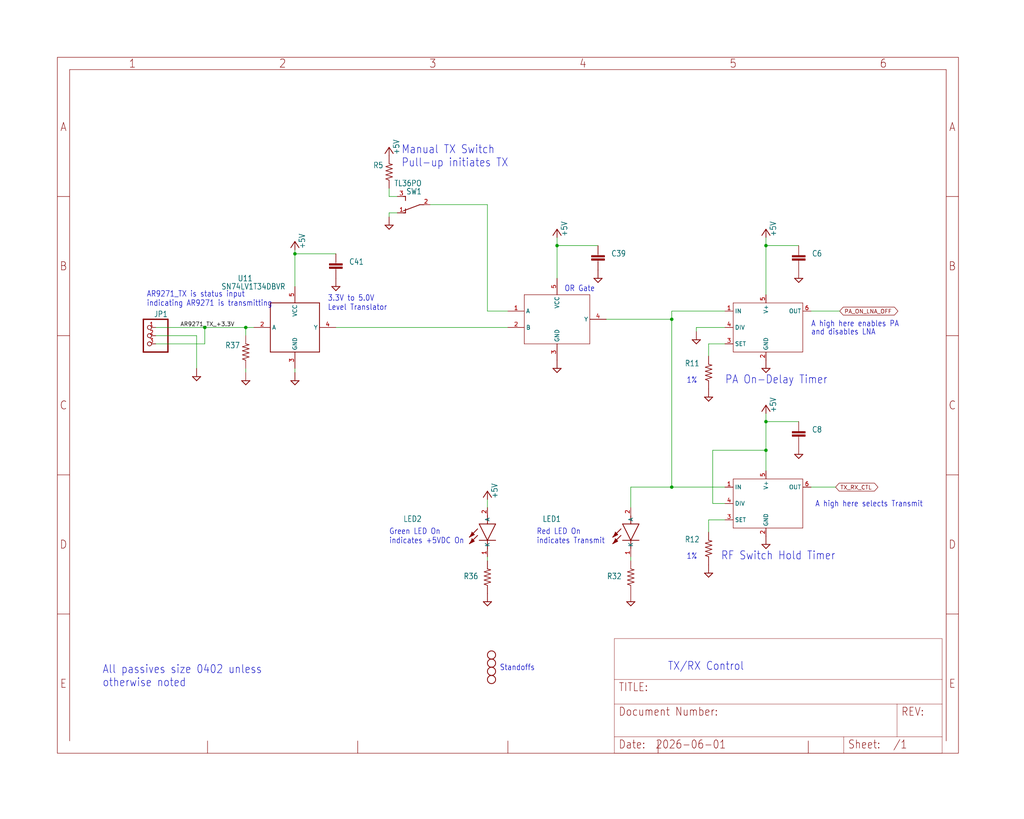
<source format=kicad_sch>
(kicad_sch (version 20231120) (generator "eeschema") (generator_version "8.0")
  (paper "User" 317.5 254.127)
  (lib_symbols
    (symbol "Bidirectional_Amp-eagle-import:+5V" (power)
      (symbol "+5V_1_0"
        (polyline (pts (xy 0 0) (xy -1.27 -1.905)) (stroke (width 0.254)))
        (polyline (pts (xy 1.27 -1.905) (xy 0 0)) (stroke (width 0.254)))
        (pin power_in line (at 0 -2.54 90) (length 2.54) (name "+5V") (number "1"))
      )
    )
    (symbol "Bidirectional_Amp-eagle-import:C-EU0402-B-NOSILK"
      (property "Reference" "C" (at 1.524 0.381 0))
      (symbol "C-EU0402-B-NOSILK_1_0"
        (rectangle (start -2.032 -2.032) (end 2.032 -1.524) (fill (type outline)))
        (rectangle (start -2.032 -1.016) (end 2.032 -0.508) (fill (type outline)))
        (polyline (pts (xy 0 -2.54) (xy 0 -2.032)) (stroke (width 0.1524)))
        (polyline (pts (xy 0 0) (xy 0 -0.508)) (stroke (width 0.1524)))
        (pin passive line (at 0 2.54 270) (length 2.54) (name "1") (number "1"))
        (pin passive line (at 0 -5.08 90) (length 2.54) (name "2") (number "2"))
      )
    )
    (symbol "Bidirectional_Amp-eagle-import:FRAME_A_L"
      (symbol "FRAME_A_L_1_0"
        (polyline (pts (xy 0 43.18) (xy 3.81 43.18)))
        (polyline (pts (xy 0 86.36) (xy 3.81 86.36)))
        (polyline (pts (xy 0 129.54) (xy 3.81 129.54)))
        (polyline (pts (xy 0 172.72) (xy 3.81 172.72)))
        (polyline (pts (xy 3.81 3.81) (xy 3.81 212.09)))
        (polyline (pts (xy 46.5667 0) (xy 46.5667 3.81)))
        (polyline (pts (xy 93.1333 0) (xy 93.1333 3.81)))
        (polyline (pts (xy 139.7 0) (xy 139.7 3.81)))
        (polyline (pts (xy 186.2667 0) (xy 186.2667 3.81)))
        (polyline (pts (xy 232.8333 0) (xy 232.8333 3.81)))
        (polyline (pts (xy 275.59 3.81) (xy 275.59 212.09)))
        (polyline (pts (xy 275.59 43.18) (xy 279.4 43.18)))
        (polyline (pts (xy 275.59 86.36) (xy 279.4 86.36)))
        (polyline (pts (xy 275.59 129.54) (xy 279.4 129.54)))
        (polyline (pts (xy 275.59 172.72) (xy 279.4 172.72)))
        (polyline (pts (xy 275.59 212.09) (xy 3.81 212.09)))
        (polyline (pts (xy 0 0) (xy 279.4 0) (xy 279.4 215.9) (xy 0 215.9) (xy 0 0)))
        (text "1" (at 23.2833 213.995 0) (effects (font (size 2.54 2.286))))
        (text "2" (at 69.85 213.995 0) (effects (font (size 2.54 2.286))))
        (text "3" (at 116.4167 213.995 0) (effects (font (size 2.54 2.286))))
        (text "4" (at 162.9833 213.995 0) (effects (font (size 2.54 2.286))))
        (text "5" (at 209.55 213.995 0) (effects (font (size 2.54 2.286))))
        (text "6" (at 256.1167 213.995 0) (effects (font (size 2.54 2.286))))
        (text "A" (at 1.905 194.31 0) (effects (font (size 2.54 2.286))))
        (text "A" (at 277.495 194.31 0) (effects (font (size 2.54 2.286))))
        (text "B" (at 1.905 151.13 0) (effects (font (size 2.54 2.286))))
        (text "B" (at 277.495 151.13 0) (effects (font (size 2.54 2.286))))
        (text "C" (at 1.905 107.95 0) (effects (font (size 2.54 2.286))))
        (text "C" (at 277.495 107.95 0) (effects (font (size 2.54 2.286))))
        (text "D" (at 1.905 64.77 0) (effects (font (size 2.54 2.286))))
        (text "D" (at 277.495 64.77 0) (effects (font (size 2.54 2.286))))
        (text "E" (at 1.905 21.59 0) (effects (font (size 2.54 2.286))))
        (text "E" (at 277.495 21.59 0) (effects (font (size 2.54 2.286))))
      )
      (symbol "FRAME_A_L_2_0"
        (polyline (pts (xy 0 0) (xy 0 5.08)) (stroke (width 0.1016)))
        (polyline (pts (xy 0 0) (xy 71.12 0)) (stroke (width 0.1016)))
        (polyline (pts (xy 0 5.08) (xy 0 15.24)) (stroke (width 0.1016)))
        (polyline (pts (xy 0 5.08) (xy 71.12 5.08)) (stroke (width 0.1016)))
        (polyline (pts (xy 0 15.24) (xy 0 22.86)) (stroke (width 0.1016)))
        (polyline (pts (xy 0 22.86) (xy 0 35.56)) (stroke (width 0.1016)))
        (polyline (pts (xy 0 22.86) (xy 101.6 22.86)) (stroke (width 0.1016)))
        (polyline (pts (xy 71.12 0) (xy 101.6 0)) (stroke (width 0.1016)))
        (polyline (pts (xy 71.12 5.08) (xy 71.12 0)) (stroke (width 0.1016)))
        (polyline (pts (xy 71.12 5.08) (xy 87.63 5.08)) (stroke (width 0.1016)))
        (polyline (pts (xy 87.63 5.08) (xy 101.6 5.08)) (stroke (width 0.1016)))
        (polyline (pts (xy 87.63 15.24) (xy 0 15.24)) (stroke (width 0.1016)))
        (polyline (pts (xy 87.63 15.24) (xy 87.63 5.08)) (stroke (width 0.1016)))
        (polyline (pts (xy 101.6 5.08) (xy 101.6 0)) (stroke (width 0.1016)))
        (polyline (pts (xy 101.6 15.24) (xy 87.63 15.24)) (stroke (width 0.1016)))
        (polyline (pts (xy 101.6 15.24) (xy 101.6 5.08)) (stroke (width 0.1016)))
        (polyline (pts (xy 101.6 22.86) (xy 101.6 15.24)) (stroke (width 0.1016)))
        (polyline (pts (xy 101.6 35.56) (xy 0 35.56)) (stroke (width 0.1016)))
        (polyline (pts (xy 101.6 35.56) (xy 101.6 22.86)) (stroke (width 0.1016)))
        (text "${#}/${##}" (at 86.36 1.27 0) (effects (font (size 2.54 2.159)) (justify left bottom)))
        (text "${CURRENT_DATE}" (at 12.7 1.27 0) (effects (font (size 2.54 2.159)) (justify left bottom)))
        (text "${PROJECTNAME}" (at 17.78 19.05 0) (effects (font (size 2.54 2.159)) (justify left bottom)))
        (text "Date:" (at 1.27 1.27 0) (effects (font (size 2.54 2.159)) (justify left bottom)))
        (text "Document Number:" (at 1.27 11.43 0) (effects (font (size 2.54 2.159)) (justify left bottom)))
        (text "REV:" (at 88.9 11.43 0) (effects (font (size 2.54 2.159)) (justify left bottom)))
        (text "Sheet:" (at 72.39 1.27 0) (effects (font (size 2.54 2.159)) (justify left bottom)))
        (text "TITLE:" (at 1.27 19.05 0) (effects (font (size 2.54 2.159)) (justify left bottom)))
      )
    )
    (symbol "Bidirectional_Amp-eagle-import:GND" (power)
      (symbol "GND_1_0"
        (polyline (pts (xy -1.27 0) (xy 1.27 0)) (stroke (width 0.254)))
        (polyline (pts (xy 0 -1.27) (xy -1.27 0)) (stroke (width 0.254)))
        (polyline (pts (xy 1.27 0) (xy 0 -1.27)) (stroke (width 0.254)))
        (pin power_in line (at 0 2.54 270) (length 2.54) (name "GND") (number "1"))
      )
    )
    (symbol "Bidirectional_Amp-eagle-import:LTC6994CS6-1PBF"
      (symbol "LTC6994CS6-1PBF_1_0"
        (polyline (pts (xy -10.16 -7.62) (xy 11.43 -7.62)) (stroke (width 0.1524)))
        (polyline (pts (xy -10.16 7.62) (xy -10.16 -7.62)) (stroke (width 0.1524)))
        (polyline (pts (xy 11.43 -7.62) (xy 11.43 7.62)) (stroke (width 0.1524)))
        (polyline (pts (xy 11.43 7.62) (xy -10.16 7.62)) (stroke (width 0.1524)))
        (pin input line (at -12.7 5.08 0) (length 2.54) (name "IN") (number "1"))
        (pin power_in line (at 0 -10.16 90) (length 2.54) (name "GND") (number "2"))
        (pin input line (at -12.7 -5.08 0) (length 2.54) (name "SET") (number "3"))
        (pin input line (at -12.7 0 0) (length 2.54) (name "DIV") (number "4"))
        (pin power_in line (at 0 10.16 270) (length 2.54) (name "V+") (number "5"))
        (pin output line (at 13.97 5.08 180) (length 2.54) (name "OUT") (number "6"))
      )
    )
    (symbol "Bidirectional_Amp-eagle-import:LTST-C193KGKT-5A"
      (property "Reference" "LED" (at 12.7 8.89 0))
      (symbol "LTST-C193KGKT-5A_1_0"
        (polyline (pts (xy 2.54 0) (xy 5.08 0)) (stroke (width 0.254)))
        (polyline (pts (xy 5.08 0) (xy 10.16 2.54)) (stroke (width 0.254)))
        (polyline (pts (xy 5.08 2.54) (xy 5.08 -2.54)) (stroke (width 0.254)))
        (polyline (pts (xy 6.604 3.048) (xy 4.064 5.588)) (stroke (width 0.254)))
        (polyline (pts (xy 8.636 3.048) (xy 6.096 5.588)) (stroke (width 0.254)))
        (polyline (pts (xy 10.16 -2.54) (xy 5.08 0)) (stroke (width 0.254)))
        (polyline (pts (xy 10.16 -2.54) (xy 10.16 2.54)) (stroke (width 0.254)))
        (polyline (pts (xy 10.16 0) (xy 12.7 0)) (stroke (width 0.254)))
        (polyline (pts (xy 5.588 4.826) (xy 4.826 4.064) (xy 4.064 5.588)) (stroke (width 0.254)) (fill (type outline)))
        (polyline (pts (xy 7.62 4.826) (xy 6.858 4.064) (xy 6.096 5.588)) (stroke (width 0.254)) (fill (type outline)))
        (pin bidirectional line (at 0 0 0) (length 2.54) (name "K") (number "1"))
        (pin bidirectional line (at 15.24 0 180) (length 2.54) (name "A") (number "2"))
      )
    )
    (symbol "Bidirectional_Amp-eagle-import:LTST-C193KRKT-5A"
      (property "Reference" "LED" (at 12.7 8.89 0))
      (symbol "LTST-C193KRKT-5A_1_0"
        (polyline (pts (xy 2.54 0) (xy 5.08 0)) (stroke (width 0.254)))
        (polyline (pts (xy 5.08 0) (xy 10.16 2.54)) (stroke (width 0.254)))
        (polyline (pts (xy 5.08 2.54) (xy 5.08 -2.54)) (stroke (width 0.254)))
        (polyline (pts (xy 6.604 3.048) (xy 4.064 5.588)) (stroke (width 0.254)))
        (polyline (pts (xy 8.636 3.048) (xy 6.096 5.588)) (stroke (width 0.254)))
        (polyline (pts (xy 10.16 -2.54) (xy 5.08 0)) (stroke (width 0.254)))
        (polyline (pts (xy 10.16 -2.54) (xy 10.16 2.54)) (stroke (width 0.254)))
        (polyline (pts (xy 10.16 0) (xy 12.7 0)) (stroke (width 0.254)))
        (polyline (pts (xy 5.588 4.826) (xy 4.826 4.064) (xy 4.064 5.588)) (stroke (width 0.254)) (fill (type outline)))
        (polyline (pts (xy 7.62 4.826) (xy 6.858 4.064) (xy 6.096 5.588)) (stroke (width 0.254)) (fill (type outline)))
        (pin bidirectional line (at 0 0 0) (length 2.54) (name "K") (number "1"))
        (pin bidirectional line (at 15.24 0 180) (length 2.54) (name "A") (number "2"))
      )
    )
    (symbol "Bidirectional_Amp-eagle-import:PINHD-1X3"
      (property "Reference" "JP" (at -6.35 5.715 0))
      (symbol "PINHD-1X3_1_0"
        (polyline (pts (xy -6.35 -5.08) (xy 1.27 -5.08)) (stroke (width 0.4064)))
        (polyline (pts (xy -6.35 5.08) (xy -6.35 -5.08)) (stroke (width 0.4064)))
        (polyline (pts (xy 1.27 -5.08) (xy 1.27 5.08)) (stroke (width 0.4064)))
        (polyline (pts (xy 1.27 5.08) (xy -6.35 5.08)) (stroke (width 0.4064)))
        (pin passive inverted (at -2.54 2.54 0) (length 2.54) (name "1") (number "1"))
        (pin passive inverted (at -2.54 0 0) (length 2.54) (name "2") (number "2"))
        (pin passive inverted (at -2.54 -2.54 0) (length 2.54) (name "3") (number "3"))
      )
    )
    (symbol "Bidirectional_Amp-eagle-import:R-US_0402-B-NOSILK"
      (property "Reference" "R" (at -3.81 1.4986 0))
      (symbol "R-US_0402-B-NOSILK_1_0"
        (polyline (pts (xy -2.54 0) (xy -2.159 1.016)) (stroke (width 0.2032)))
        (polyline (pts (xy -2.159 1.016) (xy -1.524 -1.016)) (stroke (width 0.2032)))
        (polyline (pts (xy -1.524 -1.016) (xy -0.889 1.016)) (stroke (width 0.2032)))
        (polyline (pts (xy -0.889 1.016) (xy -0.254 -1.016)) (stroke (width 0.2032)))
        (polyline (pts (xy -0.254 -1.016) (xy 0.381 1.016)) (stroke (width 0.2032)))
        (polyline (pts (xy 0.381 1.016) (xy 1.016 -1.016)) (stroke (width 0.2032)))
        (polyline (pts (xy 1.016 -1.016) (xy 1.651 1.016)) (stroke (width 0.2032)))
        (polyline (pts (xy 1.651 1.016) (xy 2.286 -1.016)) (stroke (width 0.2032)))
        (polyline (pts (xy 2.286 -1.016) (xy 2.54 0)) (stroke (width 0.2032)))
        (pin passive line (at -5.08 0 0) (length 2.54) (name "1") (number "1"))
        (pin passive line (at 5.08 0 180) (length 2.54) (name "2") (number "2"))
      )
    )
    (symbol "Bidirectional_Amp-eagle-import:SN74LV1T34DBVR"
      (property "Reference" "U" (at 8.89 10.16 0))
      (symbol "SN74LV1T34DBVR_1_0"
        (polyline (pts (xy -7.62 7.62) (xy -7.62 -7.62)) (stroke (width 0.254)))
        (polyline (pts (xy -7.62 7.62) (xy 7.62 7.62)) (stroke (width 0.254)))
        (polyline (pts (xy 7.62 -7.62) (xy -7.62 -7.62)) (stroke (width 0.254)))
        (polyline (pts (xy 7.62 -7.62) (xy 7.62 7.62)) (stroke (width 0.254)))
        (pin bidirectional line (at -12.7 0 0) (length 5.08) (name "A") (number "2"))
        (pin bidirectional line (at 0 -12.7 90) (length 5.08) (name "GND") (number "3"))
        (pin bidirectional line (at 12.7 0 180) (length 5.08) (name "Y") (number "4"))
        (pin bidirectional line (at 0 12.7 270) (length 5.08) (name "VCC") (number "5"))
      )
    )
    (symbol "Bidirectional_Amp-eagle-import:SN74LVC1G32DBVR"
      (symbol "SN74LVC1G32DBVR_1_0"
        (polyline (pts (xy 15.24 -10.16) (xy 35.56 -10.16)) (stroke (width 0.1524)))
        (polyline (pts (xy 15.24 5.08) (xy 15.24 -10.16)) (stroke (width 0.1524)))
        (polyline (pts (xy 35.56 -10.16) (xy 35.56 5.08)) (stroke (width 0.1524)))
        (polyline (pts (xy 35.56 5.08) (xy 15.24 5.08)) (stroke (width 0.1524)))
        (pin input line (at 10.16 0 0) (length 5.08) (name "A") (number "1"))
        (pin input line (at 10.16 -5.08 0) (length 5.08) (name "B") (number "2"))
        (pin power_in line (at 25.4 -15.24 90) (length 5.08) (name "GND") (number "3"))
        (pin output line (at 40.64 -2.54 180) (length 5.08) (name "Y") (number "4"))
        (pin power_in line (at 25.4 10.16 270) (length 5.08) (name "VCC") (number "5"))
      )
    )
    (symbol "Bidirectional_Amp-eagle-import:STAND-OFFTIGHT"
      (symbol "STAND-OFFTIGHT_1_0"
        (circle (center 0 0) (radius 1.27) (stroke (width 0.254)))
      )
    )
    (symbol "Bidirectional_Amp-eagle-import:TL36PO"
      (property "Reference" "S" (at 5.08 -2.54 90))
      (symbol "TL36PO_1_0"
        (polyline (pts (xy -2.54 2.54) (xy -2.54 3.175)) (stroke (width 0.254)))
        (polyline (pts (xy -2.54 2.54) (xy -1.27 2.54)) (stroke (width 0.254)))
        (polyline (pts (xy 0 -3.175) (xy 0 -1.905)) (stroke (width 0.254)))
        (polyline (pts (xy 0 -1.905) (xy -1.905 3.175)) (stroke (width 0.254)))
        (polyline (pts (xy 1.27 2.54) (xy 2.54 2.54)) (stroke (width 0.254)))
        (polyline (pts (xy 2.54 2.54) (xy 2.54 3.175)) (stroke (width 0.254)))
        (pin passive line (at -2.54 5.08 270) (length 2.54) (name "O") (number "1"))
        (pin passive line (at 0 -5.08 90) (length 2.54) (name "P") (number "2"))
        (pin passive line (at 2.54 5.08 270) (length 2.54) (name "S") (number "3"))
      )
    )
  )
  (junction (at 76.2 101.6))
  (junction (at 91.44 78.74))
  (junction (at 237.49 139.7))
  (junction (at 237.49 130.81))
  (junction (at 63.5 101.6))
  (junction (at 208.28 99.06))
  (junction (at 208.28 151.13))
  (junction (at 172.72 76.2))
  (junction (at 237.49 76.2))
  (wire (pts (xy 172.72 86.36) (xy 172.72 76.2)) (stroke (width 0.1524)))
  (wire (pts (xy 48.26 101.6) (xy 63.5 101.6)) (stroke (width 0.1524)))
  (wire (pts (xy 237.49 73.66) (xy 237.49 76.2)) (stroke (width 0.1524)))
  (wire (pts (xy 219.71 106.68) (xy 219.71 110.49)) (stroke (width 0.1524)))
  (wire (pts (xy 220.98 139.7) (xy 237.49 139.7)) (stroke (width 0.1524)))
  (wire (pts (xy 91.44 77.47) (xy 91.44 78.74)) (stroke (width 0.1524)))
  (wire (pts (xy 251.46 151.13) (xy 259.08 151.13)) (stroke (width 0.1524)))
  (wire (pts (xy 151.13 173.99) (xy 151.13 172.72)) (stroke (width 0.1524)))
  (wire (pts (xy 237.49 128.27) (xy 237.49 130.81)) (stroke (width 0.1524)))
  (wire (pts (xy 172.72 73.66) (xy 172.72 76.2)) (stroke (width 0.1524)))
  (wire (pts (xy 91.44 115.57) (xy 91.44 114.3)) (stroke (width 0.1524)))
  (wire (pts (xy 76.2 115.57) (xy 76.2 114.3)) (stroke (width 0.1524)))
  (wire (pts (xy 224.79 156.21) (xy 220.98 156.21)) (stroke (width 0.1524)))
  (wire (pts (xy 48.26 106.68) (xy 63.5 106.68)) (stroke (width 0.1524)))
  (wire (pts (xy 187.96 99.06) (xy 208.28 99.06)) (stroke (width 0.1524)))
  (wire (pts (xy 224.79 106.68) (xy 219.71 106.68)) (stroke (width 0.1524)))
  (wire (pts (xy 133.35 63.5) (xy 151.13 63.5)) (stroke (width 0.1524)))
  (wire (pts (xy 251.46 96.52) (xy 260.35 96.52)) (stroke (width 0.1524)))
  (wire (pts (xy 60.96 104.14) (xy 60.96 114.3)) (stroke (width 0.1524)))
  (wire (pts (xy 151.13 154.94) (xy 151.13 157.48)) (stroke (width 0.1524)))
  (wire (pts (xy 151.13 63.5) (xy 151.13 96.52)) (stroke (width 0.1524)))
  (wire (pts (xy 208.28 96.52) (xy 224.79 96.52)) (stroke (width 0.1524)))
  (wire (pts (xy 91.44 88.9) (xy 91.44 78.74)) (stroke (width 0.1524)))
  (wire (pts (xy 120.65 60.96) (xy 123.19 60.96)) (stroke (width 0.1524)))
  (wire (pts (xy 91.44 78.74) (xy 104.14 78.74)) (stroke (width 0.1524)))
  (wire (pts (xy 63.5 101.6) (xy 76.2 101.6)) (stroke (width 0.1524)))
  (wire (pts (xy 63.5 106.68) (xy 63.5 101.6)) (stroke (width 0.1524)))
  (wire (pts (xy 208.28 99.06) (xy 208.28 96.52)) (stroke (width 0.1524)))
  (wire (pts (xy 123.19 66.04) (xy 120.65 66.04)) (stroke (width 0.1524)))
  (wire (pts (xy 224.79 101.6) (xy 215.9 101.6)) (stroke (width 0.1524)))
  (wire (pts (xy 237.49 146.05) (xy 237.49 139.7)) (stroke (width 0.1524)))
  (wire (pts (xy 215.9 101.6) (xy 215.9 102.87)) (stroke (width 0.1524)))
  (wire (pts (xy 237.49 91.44) (xy 237.49 76.2)) (stroke (width 0.1524)))
  (wire (pts (xy 195.58 151.13) (xy 195.58 157.48)) (stroke (width 0.1524)))
  (wire (pts (xy 224.79 161.29) (xy 219.71 161.29)) (stroke (width 0.1524)))
  (wire (pts (xy 208.28 151.13) (xy 208.28 99.06)) (stroke (width 0.1524)))
  (wire (pts (xy 237.49 76.2) (xy 247.65 76.2)) (stroke (width 0.1524)))
  (wire (pts (xy 120.65 58.42) (xy 120.65 60.96)) (stroke (width 0.1524)))
  (wire (pts (xy 220.98 156.21) (xy 220.98 139.7)) (stroke (width 0.1524)))
  (wire (pts (xy 195.58 173.99) (xy 195.58 172.72)) (stroke (width 0.1524)))
  (wire (pts (xy 76.2 101.6) (xy 76.2 104.14)) (stroke (width 0.1524)))
  (wire (pts (xy 208.28 151.13) (xy 195.58 151.13)) (stroke (width 0.1524)))
  (wire (pts (xy 48.26 104.14) (xy 60.96 104.14)) (stroke (width 0.1524)))
  (wire (pts (xy 219.71 161.29) (xy 219.71 165.1)) (stroke (width 0.1524)))
  (wire (pts (xy 172.72 76.2) (xy 185.42 76.2)) (stroke (width 0.1524)))
  (wire (pts (xy 78.74 101.6) (xy 76.2 101.6)) (stroke (width 0.1524)))
  (wire (pts (xy 237.49 130.81) (xy 247.65 130.81)) (stroke (width 0.1524)))
  (wire (pts (xy 224.79 151.13) (xy 208.28 151.13)) (stroke (width 0.1524)))
  (wire (pts (xy 120.65 66.04) (xy 120.65 67.31)) (stroke (width 0.1524)))
  (wire (pts (xy 157.48 96.52) (xy 151.13 96.52)) (stroke (width 0.1524)))
  (wire (pts (xy 237.49 139.7) (xy 237.49 130.81)) (stroke (width 0.1524)))
  (wire (pts (xy 157.48 101.6) (xy 104.14 101.6)) (stroke (width 0.1524)))
  (text "RF Switch Hold Timer" (at 223.52 173.99 0) (effects (font (size 2.54 2.159)) (justify left bottom)))
  (text "and disables LNA" (at 251.46 104.14 0) (effects (font (size 1.778 1.5113)) (justify left bottom)))
  (text "Red LED On\nindicates Transmit" (at 166.37 168.91 0) (effects (font (size 1.778 1.5113)) (justify left bottom)))
  (text "AR9271_TX is status input\nindicating AR9271 is transmitting" (at 45.466 95.25 0) (effects (font (size 1.778 1.5113)) (justify left bottom)))
  (text "1%" (at 212.852 119.126 0) (effects (font (size 1.778 1.5113)) (justify left bottom)))
  (text "All passives size 0402 unless\notherwise noted" (at 31.75 213.36 0) (effects (font (size 2.54 2.159)) (justify left bottom)))
  (text "A high here selects Transmit" (at 252.73 157.48 0) (effects (font (size 1.778 1.5113)) (justify left bottom)))
  (text "1%" (at 212.852 173.736 0) (effects (font (size 1.778 1.5113)) (justify left bottom)))
  (text "OR Gate" (at 175.006 90.678 0) (effects (font (size 1.778 1.5113)) (justify left bottom)))
  (text "PA On-Delay Timer" (at 224.79 119.38 0) (effects (font (size 2.54 2.159)) (justify left bottom)))
  (text "Standoffs" (at 154.94 208.28 0) (effects (font (size 1.778 1.5113)) (justify left bottom)))
  (text "Manual TX Switch\nPull-up initiates TX" (at 124.46 52.07 0) (effects (font (size 2.54 2.159)) (justify left bottom)))
  (text "3.3V to 5.0V\nLevel Translator" (at 101.6 96.52 0) (effects (font (size 1.778 1.5113)) (justify left bottom)))
  (text "Green LED On\nindicates +5VDC On" (at 120.65 168.91 0) (effects (font (size 1.778 1.5113)) (justify left bottom)))
  (text "A high here enables PA" (at 251.46 101.6 0) (effects (font (size 1.778 1.5113)) (justify left bottom)))
  (text "TX/RX Control" (at 207.01 208.28 0) (effects (font (size 2.54 2.159)) (justify left bottom)))
  (label "AR9271_TX_+3.3V" (at 55.88 101.6 0) (effects (font (size 1.2446 1.2446))))
  (global_label "PA_ON_LNA_OFF" (shape bidirectional) (at 260.35 96.52 0) (effects (font (size 1.2446 1.2446))) (property "Intersheetrefs" "${INTERSHEET_REFS}" (effects (hide yes))))
  (global_label "TX_RX_CTL" (shape bidirectional) (at 259.08 151.13 0) (effects (font (size 1.2446 1.2446))) (property "Intersheetrefs" "${INTERSHEET_REFS}" (effects (hide yes))))
  (symbol (lib_id "Bidirectional_Amp-eagle-import:+5V") (at 120.65 45.72 0) (unit 1)
    (property "Reference" "#P+1" (effects (hide yes)))
    (property "Value" "+5V" (at 121.92 43.18 90) (effects (font (size 1.778 1.5113)) (justify right top)))
  )
  (symbol (lib_id "Bidirectional_Amp-eagle-import:GND") (at 215.9 105.41 0) (unit 1)
    (property "Reference" "#SUPPLY20" (effects (hide yes)))
    (property "Value" "GND" (effects (hide yes)))
  )
  (symbol (lib_id "Bidirectional_Amp-eagle-import:R-US_0402-B-NOSILK") (at 195.58 179.07 90) (unit 1)
    (property "Reference" "R32" (at 192.8114 177.8 90) (effects (font (size 1.778 1.5113)) (justify left bottom)))
    (property "Value" "R-US_0402-B-NOSILK" (effects (hide yes)))
    (property "Footprint" "Bidirectional_Amp:.0402-B-NOSILK" (effects (hide yes)))
    (property "MFR" "Panasonic" (effects (hide yes)))
    (property "MPN" "ERJ-2GEJ102X" (effects (hide yes)))
  )
  (symbol (lib_id "Bidirectional_Amp-eagle-import:STAND-OFFTIGHT") (at 152.4 203.2 0) (unit 1)
    (property "Reference" "H1" (effects (hide yes)))
    (property "Value" "STAND-OFFTIGHT" (effects (hide yes)))
    (property "Footprint" "Bidirectional_Amp:STAND-OFF-TIGHT" (effects (hide yes)))
  )
  (symbol (lib_id "Bidirectional_Amp-eagle-import:GND") (at 76.2 118.11 0) (unit 1)
    (property "Reference" "#SUPPLY89" (effects (hide yes)))
    (property "Value" "GND" (effects (hide yes)))
  )
  (symbol (lib_id "Bidirectional_Amp-eagle-import:R-US_0402-B-NOSILK") (at 219.71 170.18 90) (unit 1)
    (property "Reference" "R12" (at 216.9414 166.37 90) (effects (font (size 1.778 1.5113)) (justify left bottom)))
    (property "Value" "R-US_0402-B-NOSILK" (effects (hide yes)))
    (property "Footprint" "Bidirectional_Amp:.0402-B-NOSILK" (effects (hide yes)))
    (property "MFR" "Panasonic" (effects (hide yes)))
    (property "MPN" "ERJ-2RKF4993X" (effects (hide yes)))
  )
  (symbol (lib_id "Bidirectional_Amp-eagle-import:LTC6994CS6-1PBF") (at 237.49 156.21 0) (unit 1)
    (property "Reference" "U3" (effects (hide yes)))
    (property "Value" "LTC6994-1" (effects (hide yes)))
    (property "Footprint" "Bidirectional_Amp:TSOT-23_S6" (effects (hide yes)))
  )
  (symbol (lib_id "Bidirectional_Amp-eagle-import:+5V") (at 91.44 74.93 0) (unit 1)
    (property "Reference" "#P+14" (effects (hide yes)))
    (property "Value" "+5V" (at 92.71 72.39 90) (effects (font (size 1.778 1.5113)) (justify right top)))
  )
  (symbol (lib_id "Bidirectional_Amp-eagle-import:C-EU0402-B-NOSILK") (at 104.14 81.28 0) (unit 1)
    (property "Reference" "C41" (at 108.204 82.169 0) (effects (font (size 1.778 1.5113)) (justify left bottom)))
    (property "Value" "C-EU0402-B-NOSILK" (effects (hide yes)))
    (property "Footprint" "Bidirectional_Amp:.0402-B-NOSILK" (effects (hide yes)))
    (property "MFR" "TDK" (effects (hide yes)))
    (property "MPN" "CGA2B1X7R1C104K050BC" (effects (hide yes)))
  )
  (symbol (lib_id "Bidirectional_Amp-eagle-import:SN74LV1T34DBVR") (at 91.44 101.6 0) (unit 1)
    (property "Reference" "U11" (at 73.66 86.36 0) (effects (font (size 1.778 1.5113)) (justify left)))
    (property "Value" "SN74LV1T34DBVR" (at 68.58 88.9 0) (effects (font (size 1.778 1.5113)) (justify left)))
    (property "Footprint" "Bidirectional_Amp:SOT95P280X145-5N" (effects (hide yes)))
  )
  (symbol (lib_id "Bidirectional_Amp-eagle-import:C-EU0402-B-NOSILK") (at 247.65 133.35 0) (unit 1)
    (property "Reference" "C8" (at 251.714 134.239 0) (effects (font (size 1.778 1.5113)) (justify left bottom)))
    (property "Value" "C-EU0402-B-NOSILK" (effects (hide yes)))
    (property "Footprint" "Bidirectional_Amp:.0402-B-NOSILK" (effects (hide yes)))
    (property "MFR" "TDK" (effects (hide yes)))
    (property "MPN" "CGA2B1X7R1C104K050BC" (effects (hide yes)))
  )
  (symbol (lib_id "Bidirectional_Amp-eagle-import:GND") (at 219.71 177.8 0) (unit 1)
    (property "Reference" "#SUPPLY24" (effects (hide yes)))
    (property "Value" "GND" (effects (hide yes)))
  )
  (symbol (lib_id "Bidirectional_Amp-eagle-import:GND") (at 247.65 86.36 0) (unit 1)
    (property "Reference" "#SUPPLY17" (effects (hide yes)))
    (property "Value" "GND" (effects (hide yes)))
  )
  (symbol (lib_id "Bidirectional_Amp-eagle-import:R-US_0402-B-NOSILK") (at 120.65 53.34 90) (unit 1)
    (property "Reference" "R5" (at 118.8974 50.292 90) (effects (font (size 1.778 1.5113)) (justify left bottom)))
    (property "Value" "R-US_0402-B-NOSILK" (effects (hide yes)))
    (property "Footprint" "Bidirectional_Amp:.0402-B-NOSILK" (effects (hide yes)))
    (property "MFR" "Panasonic" (effects (hide yes)))
    (property "MPN" "ERJ-2GEJ103X" (effects (hide yes)))
  )
  (symbol (lib_id "Bidirectional_Amp-eagle-import:SN74LVC1G32DBVR") (at 147.32 96.52 0) (unit 1)
    (property "Reference" "U1" (effects (hide yes)))
    (property "Value" "SN74LVC1G32DBVR" (effects (hide yes)))
    (property "Footprint" "Bidirectional_Amp:DBV5" (effects (hide yes)))
  )
  (symbol (lib_id "Bidirectional_Amp-eagle-import:+5V") (at 237.49 71.12 0) (unit 1)
    (property "Reference" "#P+5" (effects (hide yes)))
    (property "Value" "+5V" (at 238.76 68.58 90) (effects (font (size 1.778 1.5113)) (justify right top)))
  )
  (symbol (lib_id "Bidirectional_Amp-eagle-import:GND") (at 185.42 86.36 0) (unit 1)
    (property "Reference" "#SUPPLY87" (effects (hide yes)))
    (property "Value" "GND" (effects (hide yes)))
  )
  (symbol (lib_id "Bidirectional_Amp-eagle-import:FRAME_A_L") (at 190.5 233.68 0) (unit 2)
    (property "Reference" "#FRAME1" (effects (hide yes)))
    (property "Value" "FRAME_A_L" (effects (hide yes)))
  )
  (symbol (lib_id "Bidirectional_Amp-eagle-import:STAND-OFFTIGHT") (at 152.4 205.74 0) (unit 1)
    (property "Reference" "H2" (effects (hide yes)))
    (property "Value" "STAND-OFFTIGHT" (effects (hide yes)))
    (property "Footprint" "Bidirectional_Amp:STAND-OFF-TIGHT" (effects (hide yes)))
  )
  (symbol (lib_id "Bidirectional_Amp-eagle-import:GND") (at 120.65 69.85 0) (unit 1)
    (property "Reference" "#SUPPLY1" (effects (hide yes)))
    (property "Value" "GND" (effects (hide yes)))
  )
  (symbol (lib_id "Bidirectional_Amp-eagle-import:GND") (at 195.58 186.69 0) (unit 1)
    (property "Reference" "#SUPPLY71" (effects (hide yes)))
    (property "Value" "GND" (effects (hide yes)))
  )
  (symbol (lib_id "Bidirectional_Amp-eagle-import:+5V") (at 172.72 71.12 0) (unit 1)
    (property "Reference" "#P+13" (effects (hide yes)))
    (property "Value" "+5V" (at 173.99 68.58 90) (effects (font (size 1.778 1.5113)) (justify right top)))
  )
  (symbol (lib_id "Bidirectional_Amp-eagle-import:GND") (at 237.49 114.3 0) (unit 1)
    (property "Reference" "#SUPPLY18" (effects (hide yes)))
    (property "Value" "GND" (effects (hide yes)))
  )
  (symbol (lib_id "Bidirectional_Amp-eagle-import:GND") (at 104.14 88.9 0) (unit 1)
    (property "Reference" "#SUPPLY90" (effects (hide yes)))
    (property "Value" "GND" (effects (hide yes)))
  )
  (symbol (lib_id "Bidirectional_Amp-eagle-import:GND") (at 151.13 186.69 0) (unit 1)
    (property "Reference" "#SUPPLY82" (effects (hide yes)))
    (property "Value" "GND" (effects (hide yes)))
  )
  (symbol (lib_id "Bidirectional_Amp-eagle-import:+5V") (at 151.13 152.4 0) (unit 1)
    (property "Reference" "#P+12" (effects (hide yes)))
    (property "Value" "+5V" (at 152.4 149.86 90) (effects (font (size 1.778 1.5113)) (justify right top)))
  )
  (symbol (lib_id "Bidirectional_Amp-eagle-import:STAND-OFFTIGHT") (at 152.4 208.28 0) (unit 1)
    (property "Reference" "H3" (effects (hide yes)))
    (property "Value" "STAND-OFFTIGHT" (effects (hide yes)))
    (property "Footprint" "Bidirectional_Amp:STAND-OFF-TIGHT" (effects (hide yes)))
  )
  (symbol (lib_id "Bidirectional_Amp-eagle-import:GND") (at 172.72 114.3 0) (unit 1)
    (property "Reference" "#SUPPLY85" (effects (hide yes)))
    (property "Value" "GND" (effects (hide yes)))
  )
  (symbol (lib_id "Bidirectional_Amp-eagle-import:GND") (at 237.49 168.91 0) (unit 1)
    (property "Reference" "#SUPPLY23" (effects (hide yes)))
    (property "Value" "GND" (effects (hide yes)))
  )
  (symbol (lib_id "Bidirectional_Amp-eagle-import:GND") (at 91.44 118.11 0) (unit 1)
    (property "Reference" "#SUPPLY92" (effects (hide yes)))
    (property "Value" "GND" (effects (hide yes)))
  )
  (symbol (lib_id "Bidirectional_Amp-eagle-import:R-US_0402-B-NOSILK") (at 151.13 179.07 90) (unit 1)
    (property "Reference" "R36" (at 148.3614 177.8 90) (effects (font (size 1.778 1.5113)) (justify left bottom)))
    (property "Value" "R-US_0402-B-NOSILK" (effects (hide yes)))
    (property "Footprint" "Bidirectional_Amp:.0402-B-NOSILK" (effects (hide yes)))
    (property "MFR" "Panasonic" (effects (hide yes)))
    (property "MPN" "ERJ-2GEJ102X" (effects (hide yes)))
  )
  (symbol (lib_id "Bidirectional_Amp-eagle-import:LTC6994CS6-1PBF") (at 237.49 101.6 0) (unit 1)
    (property "Reference" "U2" (effects (hide yes)))
    (property "Value" "LTC6994-1" (effects (hide yes)))
    (property "Footprint" "Bidirectional_Amp:TSOT-23_S6" (effects (hide yes)))
  )
  (symbol (lib_id "Bidirectional_Amp-eagle-import:FRAME_A_L") (at 17.78 233.68 0) (unit 1)
    (property "Reference" "#FRAME1" (effects (hide yes)))
    (property "Value" "FRAME_A_L" (effects (hide yes)))
  )
  (symbol (lib_id "Bidirectional_Amp-eagle-import:R-US_0402-B-NOSILK") (at 76.2 109.22 90) (unit 1)
    (property "Reference" "R37" (at 74.4474 106.172 90) (effects (font (size 1.778 1.5113)) (justify left bottom)))
    (property "Value" "R-US_0402-B-NOSILK" (effects (hide yes)))
    (property "Footprint" "Bidirectional_Amp:.0402-B-NOSILK" (effects (hide yes)))
    (property "MFR" "Panasonic" (effects (hide yes)))
    (property "MPN" "ERJ-2GEJ103X" (effects (hide yes)))
  )
  (symbol (lib_id "Bidirectional_Amp-eagle-import:TL36PO") (at 128.27 63.5 90) (unit 1)
    (property "Reference" "SW1" (at 130.81 58.42 90) (effects (font (size 1.778 1.5113)) (justify left bottom)))
    (property "Value" "TL36PO" (at 130.81 55.88 90) (effects (font (size 1.778 1.5113)) (justify left bottom)))
    (property "Footprint" "Bidirectional_Amp:TL3XPO" (effects (hide yes)))
    (property "MFR" "APEM Inc." (effects (hide yes)))
    (property "MPN" "TL36P005000" (effects (hide yes)))
  )
  (symbol (lib_id "Bidirectional_Amp-eagle-import:GND") (at 247.65 140.97 0) (unit 1)
    (property "Reference" "#SUPPLY22" (effects (hide yes)))
    (property "Value" "GND" (effects (hide yes)))
  )
  (symbol (lib_id "Bidirectional_Amp-eagle-import:C-EU0402-B-NOSILK") (at 185.42 78.74 0) (unit 1)
    (property "Reference" "C39" (at 189.484 79.629 0) (effects (font (size 1.778 1.5113)) (justify left bottom)))
    (property "Value" "C-EU0402-B-NOSILK" (effects (hide yes)))
    (property "Footprint" "Bidirectional_Amp:.0402-B-NOSILK" (effects (hide yes)))
    (property "MFR" "TDK" (effects (hide yes)))
    (property "MPN" "CGA2B1X7R1C104K050BC" (effects (hide yes)))
  )
  (symbol (lib_id "Bidirectional_Amp-eagle-import:LTST-C193KRKT-5A") (at 195.58 172.72 90) (unit 1)
    (property "Reference" "LED1" (at 173.99 160.02 90) (effects (font (size 1.778 1.5113)) (justify left bottom)))
    (property "Value" "LTST-C193KRKT-5A" (effects (hide yes)))
    (property "Footprint" "Bidirectional_Amp:LEDC1607X80N" (effects (hide yes)))
  )
  (symbol (lib_id "Bidirectional_Amp-eagle-import:LTST-C193KGKT-5A") (at 151.13 172.72 90) (unit 1)
    (property "Reference" "LED2" (at 130.81 160.02 90) (effects (font (size 1.778 1.5113)) (justify left bottom)))
    (property "Value" "LTST-C193KGKT-5A" (effects (hide yes)))
    (property "Footprint" "Bidirectional_Amp:LEDC1607X80N" (effects (hide yes)))
  )
  (symbol (lib_id "Bidirectional_Amp-eagle-import:STAND-OFFTIGHT") (at 152.4 210.82 0) (unit 1)
    (property "Reference" "H4" (effects (hide yes)))
    (property "Value" "STAND-OFFTIGHT" (effects (hide yes)))
    (property "Footprint" "Bidirectional_Amp:STAND-OFF-TIGHT" (effects (hide yes)))
  )
  (symbol (lib_id "Bidirectional_Amp-eagle-import:R-US_0402-B-NOSILK") (at 219.71 115.57 90) (unit 1)
    (property "Reference" "R11" (at 216.9414 111.76 90) (effects (font (size 1.778 1.5113)) (justify left bottom)))
    (property "Value" "R-US_0402-B-NOSILK" (effects (hide yes)))
    (property "Footprint" "Bidirectional_Amp:.0402-B-NOSILK" (effects (hide yes)))
    (property "MFR" "Panasonic" (effects (hide yes)))
    (property "MPN" "ERJ-2RKF4993X" (effects (hide yes)))
  )
  (symbol (lib_id "Bidirectional_Amp-eagle-import:+5V") (at 237.49 125.73 0) (unit 1)
    (property "Reference" "#P+6" (effects (hide yes)))
    (property "Value" "+5V" (at 238.76 123.19 90) (effects (font (size 1.778 1.5113)) (justify right top)))
  )
  (symbol (lib_id "Bidirectional_Amp-eagle-import:GND") (at 219.71 123.19 0) (unit 1)
    (property "Reference" "#SUPPLY19" (effects (hide yes)))
    (property "Value" "GND" (effects (hide yes)))
  )
  (symbol (lib_id "Bidirectional_Amp-eagle-import:C-EU0402-B-NOSILK") (at 247.65 78.74 0) (unit 1)
    (property "Reference" "C6" (at 251.714 79.629 0) (effects (font (size 1.778 1.5113)) (justify left bottom)))
    (property "Value" "C-EU0402-B-NOSILK" (effects (hide yes)))
    (property "Footprint" "Bidirectional_Amp:.0402-B-NOSILK" (effects (hide yes)))
    (property "MFR" "TDK" (effects (hide yes)))
    (property "MPN" "CGA2B1X7R1C104K050BC" (effects (hide yes)))
  )
  (symbol (lib_id "Bidirectional_Amp-eagle-import:GND") (at 60.96 116.84 0) (unit 1)
    (property "Reference" "#SUPPLY93" (effects (hide yes)))
    (property "Value" "GND" (effects (hide yes)))
  )
  (symbol (lib_id "Bidirectional_Amp-eagle-import:PINHD-1X3") (at 45.72 104.14 0) (mirror y) (unit 1)
    (property "Reference" "JP1" (at 52.07 98.425 0) (effects (font (size 1.778 1.5113)) (justify left bottom)))
    (property "Value" "PINHD-1X3" (effects (hide yes)))
    (property "Footprint" "Bidirectional_Amp:1X03" (effects (hide yes)))
    (property "MFR" "Molex" (effects (hide yes)))
    (property "MPN" "22-23-2031" (effects (hide yes)))
  )
)
</source>
